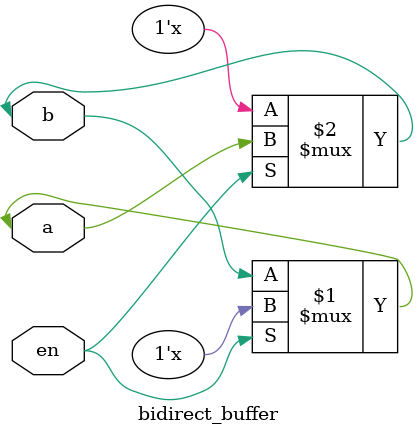
<source format=v>
module bidirect_buffer(
  inout a, b,
  input en
);
  bufif0 B1(a, b, en);
  bufif1 B2(b, a, en);
endmodule

</source>
